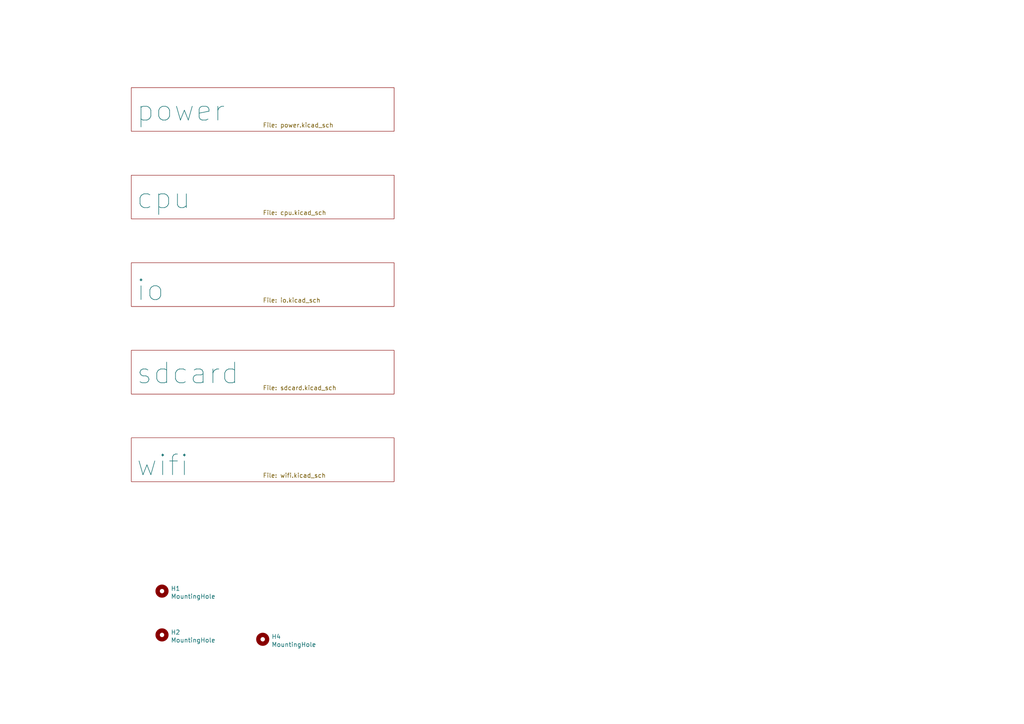
<source format=kicad_sch>
(kicad_sch (version 20250114) (generator "eeschema") (generator_version "9.0")
  (paper "A4")
  (lib_symbols
    (symbol "Mechanical:MountingHole" (pin_names (offset 1.016))
      (property "Reference" "H" (at 0 5.08 0))
      (property "Value" "MountingHole" (at 0 3.175 0))
      (symbol "MountingHole_0_1"
        (circle (center 0 0) (radius 1.27) (stroke (width 1.27)))
      )
    )
  )
  (symbol (lib_id "Mechanical:MountingHole") (at 76.2 185.42 0) (unit 1)
    (property "Reference" "H4" (at 78.7401 184.6591 0) (effects (justify left)))
    (property "Value" "MountingHole" (at 78.7401 186.9578 0) (effects (justify left)))
    (property "Footprint" "MountingHole:MountingHole_2.7mm_M2.5_DIN965" (effects (hide yes)))
    (property "Datasheet" "~{}" (effects (hide yes)))
  )
  (symbol (lib_id "Mechanical:MountingHole") (at 46.99 184.15 0) (unit 1)
    (property "Reference" "H2" (at 49.5301 183.3891 0) (effects (justify left)))
    (property "Value" "MountingHole" (at 49.5301 185.6878 0) (effects (justify left)))
    (property "Footprint" "MountingHole:MountingHole_2.7mm_M2.5_DIN965" (effects (hide yes)))
    (property "Datasheet" "~{}" (effects (hide yes)))
  )
  (symbol (lib_id "Mechanical:MountingHole") (at 46.99 171.45 0) (unit 1)
    (property "Reference" "H1" (at 49.5301 170.6891 0) (effects (justify left)))
    (property "Value" "MountingHole" (at 49.5301 172.9878 0) (effects (justify left)))
    (property "Footprint" "MountingHole:MountingHole_2.7mm_M2.5_DIN965" (effects (hide yes)))
    (property "Datasheet" "~{}" (effects (hide yes)))
  )
  (sheet (at 38.1 127) (size 76.2 12.7) (stroke (width 0.0006))
    (property "Sheetname" "wifi" (at 39.37 138.43 0) (effects (font (size 6 6)) (justify left bottom)))
    (property "Sheetfile" "wifi.kicad_sch" (at 76.2 137.16 0) (effects (justify left top)))
  )
  (sheet (at 38.1 76.2) (size 76.2 12.7) (stroke (width 0.0006))
    (property "Sheetname" "io" (at 39.37 87.63 0) (effects (font (size 6 6)) (justify left bottom)))
    (property "Sheetfile" "io.kicad_sch" (at 76.2 86.36 0) (effects (justify left top)))
  )
  (sheet (at 38.1 101.6) (size 76.2 12.7) (stroke (width 0.0006))
    (property "Sheetname" "sdcard" (at 39.37 111.76 0) (effects (font (size 6 6)) (justify left bottom)))
    (property "Sheetfile" "sdcard.kicad_sch" (at 76.2 111.76 0) (effects (justify left top)))
  )
  (sheet (at 38.1 25.4) (size 76.2 12.7) (stroke (width 0.0006))
    (property "Sheetname" "power" (at 39.37 35.56 0) (effects (font (size 6 6)) (justify left bottom)))
    (property "Sheetfile" "power.kicad_sch" (at 76.2 35.56 0) (effects (justify left top)))
  )
  (sheet (at 38.1 50.8) (size 76.2 12.7) (stroke (width 0.0006))
    (property "Sheetname" "cpu" (at 39.37 60.96 0) (effects (font (size 6 6)) (justify left bottom)))
    (property "Sheetfile" "cpu.kicad_sch" (at 76.2 60.96 0) (effects (justify left top)))
  )
)
</source>
